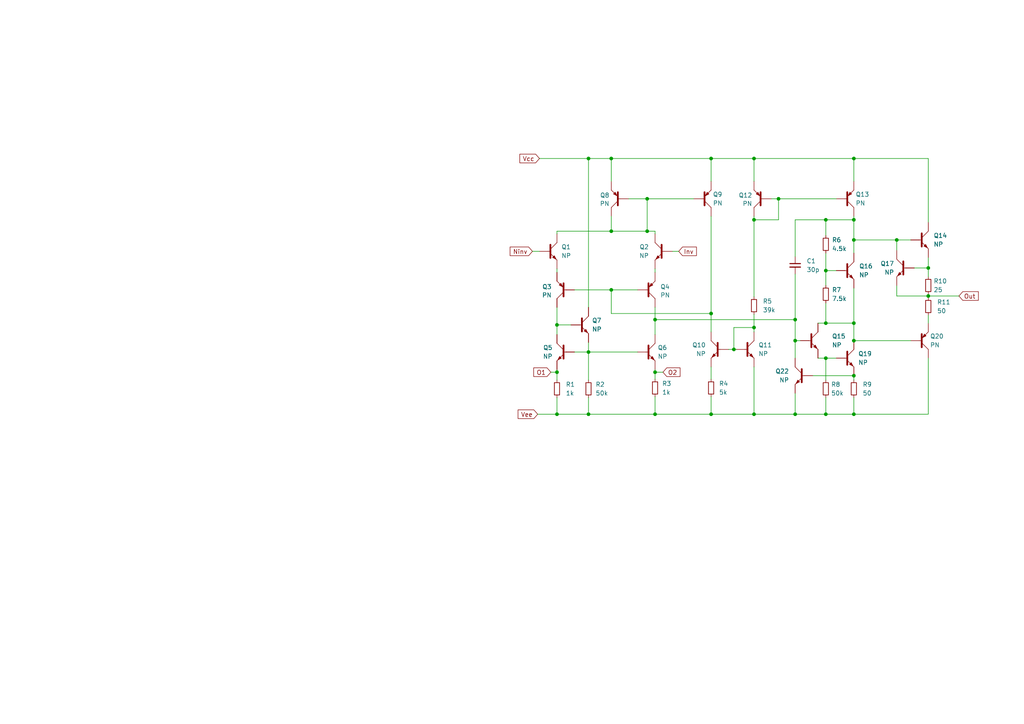
<source format=kicad_sch>
(kicad_sch (version 20231120) (generator "eeschema") (generator_version "8.0")
  (paper "A4")
  (title_block (title "A bipolar transistor 741 circuit") (date "2023-01-04") (comment 1 "Source: https://es.wikipedia.org/wiki/Amplificador_operacional#"))
  (lib_symbols
    (symbol "Device:C_Small" (pin_numbers hide) (pin_names (offset 0.254) hide)
      (property "Reference" "C" (at 0.254 1.778 0))
      (property "Value" "C_Small" (at 0.254 -2.032 0))
      (symbol "C_Small_0_1"
        (polyline (pts (xy -1.524 -0.508) (xy 1.524 -0.508)) (stroke (width 0.3302)))
        (polyline (pts (xy -1.524 0.508) (xy 1.524 0.508)) (stroke (width 0.3048)))
      )
      (symbol "C_Small_1_1"
        (pin passive line (at 0 2.54 270) (length 2.032) (name "~") (number "1"))
        (pin passive line (at 0 -2.54 90) (length 2.032) (name "~") (number "2"))
      )
    )
    (symbol "Device:R_Small" (pin_numbers hide) (pin_names (offset 0.254) hide)
      (property "Reference" "R" (at 0.762 0.508 0))
      (property "Value" "R_Small" (at 0.762 -1.016 0))
      (symbol "R_Small_0_1"
        (rectangle (start -0.762 1.778) (end 0.762 -1.778) (stroke (width 0.2032)))
      )
      (symbol "R_Small_1_1"
        (pin passive line (at 0 2.54 270) (length 0.762) (name "~") (number "1"))
        (pin passive line (at 0 -2.54 90) (length 0.762) (name "~") (number "2"))
      )
    )
    (symbol "Transistor_BJT:BCV61" (pin_numbers hide) (pin_names (offset 0) hide)
      (property "Reference" "Q?" (at 6.096 1.6511 0))
      (property "Value" "NP" (at 6.096 -0.8889 0))
      (symbol "BCV61_0_1"
        (polyline (pts (xy 2.54 0) (xy 3.302 0)) (stroke (width 0.1524)))
        (polyline (pts (xy 5.08 -2.54) (xy 3.175 -0.635)))
        (polyline (pts (xy 5.08 2.54) (xy 3.175 0.635)))
        (polyline (pts (xy 3.175 -1.905) (xy 3.175 1.905) (xy 3.175 1.905)) (stroke (width 0.508)) (fill (type outline)))
        (polyline (pts (xy 3.81 -1.778) (xy 4.318 -1.27) (xy 4.826 -2.286) (xy 3.81 -1.778) (xy 3.81 -1.778)) (fill (type outline)))
      )
      (symbol "BCV61_1_1"
        (pin passive line (at 5.08 5.08 270) (length 2.54) (name "C") (number "1"))
        (pin passive line (at 0 0 0) (length 2.54) (name "B") (number "2"))
        (pin passive line (at 5.08 -5.08 90) (length 2.54) (name "E") (number "3"))
      )
    )
    (symbol "Transistor_BJT:BCV62" (pin_numbers hide) (pin_names (offset 0) hide)
      (property "Reference" "Q?" (at 6.604 0.8891 0))
      (property "Value" "PN" (at 6.604 -1.6509 0))
      (symbol "BCV62_0_0"
        (pin passive line (at 0 0 0) (length 2.54) (name "B") (number "2"))
      )
      (symbol "BCV62_0_1"
        (polyline (pts (xy 2.54 0) (xy 3.048 0)) (stroke (width 0.1524)))
        (polyline (pts (xy 5.08 -2.54) (xy 3.175 -0.635)))
        (polyline (pts (xy 5.08 2.54) (xy 3.175 0.635)))
        (polyline (pts (xy 3.175 -1.905) (xy 3.175 1.905) (xy 3.175 1.905)) (stroke (width 0.508)) (fill (type outline)))
        (polyline (pts (xy 3.937 1.905) (xy 4.445 1.397) (xy 3.429 0.889) (xy 3.937 1.905) (xy 3.937 1.905)) (fill (type outline)))
      )
      (symbol "BCV62_1_1"
        (pin passive line (at 5.08 -5.08 90) (length 2.54) (name "C") (number "1"))
        (pin passive line (at 5.08 5.08 270) (length 2.54) (name "E") (number "3"))
      )
    )
  )
  (junction (at 230.632 98.806))
  (junction (at 269.24 77.724))
  (junction (at 177.292 67.056))
  (junction (at 177.292 84.074))
  (junction (at 239.522 103.886))
  (junction (at 239.522 63.754))
  (junction (at 206.248 45.974))
  (junction (at 230.632 92.71))
  (junction (at 218.694 94.996))
  (junction (at 260.096 69.596))
  (junction (at 225.806 57.658))
  (junction (at 247.65 93.726))
  (junction (at 239.522 78.486))
  (junction (at 187.706 57.658))
  (junction (at 247.65 45.974))
  (junction (at 230.632 120.142))
  (junction (at 247.65 63.754))
  (junction (at 161.544 107.95))
  (junction (at 239.522 93.726))
  (junction (at 170.688 45.974))
  (junction (at 161.544 120.142))
  (junction (at 247.65 69.596))
  (junction (at 269.24 85.852))
  (junction (at 212.852 101.346))
  (junction (at 247.65 98.806))
  (junction (at 218.694 120.142))
  (junction (at 218.694 45.974))
  (junction (at 206.248 120.142))
  (junction (at 189.992 92.71))
  (junction (at 161.544 94.234))
  (junction (at 239.522 120.142))
  (junction (at 170.688 102.108))
  (junction (at 218.694 63.754))
  (junction (at 189.992 120.142))
  (junction (at 247.65 108.966))
  (junction (at 247.65 120.142))
  (junction (at 206.248 90.932))
  (junction (at 170.688 120.142))
  (junction (at 187.706 67.056))
  (junction (at 177.292 45.974))
  (junction (at 189.992 107.95))
  (wire (pts (xy 218.694 62.738) (xy 218.694 63.754)))
  (wire (pts (xy 230.632 74.422) (xy 230.632 63.754)))
  (wire (pts (xy 218.694 120.142) (xy 218.694 106.426)))
  (wire (pts (xy 170.688 89.154) (xy 170.688 45.974)))
  (wire (pts (xy 189.992 89.154) (xy 189.992 92.71)))
  (wire (pts (xy 269.24 45.974) (xy 269.24 64.516)))
  (wire (pts (xy 170.688 99.314) (xy 170.688 102.108)))
  (wire (pts (xy 230.632 120.142) (xy 218.694 120.142)))
  (wire (pts (xy 156.464 45.974) (xy 170.688 45.974)))
  (wire (pts (xy 247.65 62.738) (xy 247.65 63.754)))
  (wire (pts (xy 218.694 45.974) (xy 247.65 45.974)))
  (wire (pts (xy 187.706 67.056) (xy 189.992 67.056)))
  (wire (pts (xy 192.278 107.95) (xy 189.992 107.95)))
  (wire (pts (xy 269.24 85.852) (xy 269.24 86.36)))
  (wire (pts (xy 195.072 72.898) (xy 196.85 72.898)))
  (wire (pts (xy 189.992 120.142) (xy 206.248 120.142)))
  (wire (pts (xy 206.248 45.974) (xy 218.694 45.974)))
  (wire (pts (xy 189.992 67.056) (xy 189.992 67.818)))
  (wire (pts (xy 177.292 90.932) (xy 206.248 90.932)))
  (wire (pts (xy 161.544 107.188) (xy 161.544 107.95)))
  (wire (pts (xy 166.624 84.074) (xy 177.292 84.074)))
  (wire (pts (xy 177.292 62.738) (xy 177.292 67.056)))
  (wire (pts (xy 170.688 102.108) (xy 184.912 102.108)))
  (wire (pts (xy 170.688 102.108) (xy 170.688 110.236)))
  (wire (pts (xy 247.65 83.566) (xy 247.65 93.726)))
  (wire (pts (xy 206.248 45.974) (xy 206.248 52.578)))
  (wire (pts (xy 247.65 69.596) (xy 247.65 73.406)))
  (wire (pts (xy 239.522 103.886) (xy 239.522 110.236)))
  (wire (pts (xy 260.096 69.596) (xy 260.096 72.644)))
  (wire (pts (xy 161.544 67.056) (xy 161.544 67.818)))
  (wire (pts (xy 225.806 63.754) (xy 218.694 63.754)))
  (wire (pts (xy 269.24 103.886) (xy 269.24 120.142)))
  (wire (pts (xy 206.248 115.062) (xy 206.248 120.142)))
  (wire (pts (xy 230.632 63.754) (xy 239.522 63.754)))
  (wire (pts (xy 187.706 57.658) (xy 187.706 67.056)))
  (wire (pts (xy 247.65 98.806) (xy 264.16 98.806)))
  (wire (pts (xy 189.992 120.142) (xy 189.992 115.062)))
  (wire (pts (xy 154.432 72.898) (xy 156.464 72.898)))
  (wire (pts (xy 177.292 84.074) (xy 184.912 84.074)))
  (wire (pts (xy 239.522 103.886) (xy 242.57 103.886)))
  (wire (pts (xy 182.372 57.658) (xy 187.706 57.658)))
  (wire (pts (xy 187.706 57.658) (xy 201.168 57.658)))
  (wire (pts (xy 239.522 87.884) (xy 239.522 93.726)))
  (wire (pts (xy 218.694 63.754) (xy 218.694 86.106)))
  (wire (pts (xy 235.712 108.966) (xy 247.65 108.966)))
  (wire (pts (xy 269.24 77.724) (xy 265.176 77.724)))
  (wire (pts (xy 269.24 85.852) (xy 278.13 85.852)))
  (wire (pts (xy 189.992 77.978) (xy 189.992 78.994)))
  (wire (pts (xy 161.544 94.234) (xy 165.608 94.234)))
  (wire (pts (xy 239.522 103.886) (xy 237.236 103.886)))
  (wire (pts (xy 260.096 69.596) (xy 264.16 69.596)))
  (wire (pts (xy 177.292 45.974) (xy 206.248 45.974)))
  (wire (pts (xy 230.632 98.806) (xy 232.156 98.806)))
  (wire (pts (xy 177.292 67.056) (xy 187.706 67.056)))
  (wire (pts (xy 161.544 89.154) (xy 161.544 94.234)))
  (wire (pts (xy 155.956 120.142) (xy 161.544 120.142)))
  (wire (pts (xy 230.632 103.886) (xy 230.632 98.806)))
  (wire (pts (xy 239.522 93.726) (xy 247.65 93.726)))
  (wire (pts (xy 239.522 63.754) (xy 247.65 63.754)))
  (wire (pts (xy 166.624 102.108) (xy 170.688 102.108)))
  (wire (pts (xy 269.24 85.852) (xy 260.096 85.852)))
  (wire (pts (xy 206.248 90.932) (xy 206.248 96.266)))
  (wire (pts (xy 170.688 45.974) (xy 177.292 45.974)))
  (wire (pts (xy 161.544 115.316) (xy 161.544 120.142)))
  (wire (pts (xy 269.24 120.142) (xy 247.65 120.142)))
  (wire (pts (xy 247.65 93.726) (xy 247.65 98.806)))
  (wire (pts (xy 269.24 77.724) (xy 269.24 80.264)))
  (wire (pts (xy 161.544 107.95) (xy 161.544 110.236)))
  (wire (pts (xy 260.096 85.852) (xy 260.096 82.804)))
  (wire (pts (xy 239.522 78.486) (xy 242.57 78.486)))
  (wire (pts (xy 247.65 115.316) (xy 247.65 120.142)))
  (wire (pts (xy 218.694 94.996) (xy 218.694 96.266)))
  (wire (pts (xy 239.522 93.726) (xy 237.236 93.726)))
  (wire (pts (xy 223.774 57.658) (xy 225.806 57.658)))
  (wire (pts (xy 247.65 45.974) (xy 269.24 45.974)))
  (wire (pts (xy 206.248 120.142) (xy 218.694 120.142)))
  (wire (pts (xy 247.65 45.974) (xy 247.65 52.578)))
  (wire (pts (xy 247.65 69.596) (xy 260.096 69.596)))
  (wire (pts (xy 269.24 85.344) (xy 269.24 85.852)))
  (wire (pts (xy 161.544 94.234) (xy 161.544 97.028)))
  (wire (pts (xy 206.248 90.932) (xy 206.248 62.738)))
  (wire (pts (xy 189.992 107.95) (xy 189.992 109.982)))
  (wire (pts (xy 177.292 45.974) (xy 177.292 52.578)))
  (wire (pts (xy 170.688 120.142) (xy 170.688 115.316)))
  (wire (pts (xy 225.806 57.658) (xy 242.57 57.658)))
  (wire (pts (xy 247.65 108.966) (xy 247.65 110.236)))
  (wire (pts (xy 218.694 52.578) (xy 218.694 45.974)))
  (wire (pts (xy 247.65 63.754) (xy 247.65 69.596)))
  (wire (pts (xy 161.544 77.978) (xy 161.544 78.994)))
  (wire (pts (xy 239.522 73.406) (xy 239.522 78.486)))
  (wire (pts (xy 161.544 67.056) (xy 177.292 67.056)))
  (wire (pts (xy 230.632 120.142) (xy 239.522 120.142)))
  (wire (pts (xy 269.24 91.44) (xy 269.24 93.726)))
  (wire (pts (xy 212.852 94.996) (xy 218.694 94.996)))
  (wire (pts (xy 189.992 107.188) (xy 189.992 107.95)))
  (wire (pts (xy 177.292 84.074) (xy 177.292 90.932)))
  (wire (pts (xy 206.248 106.426) (xy 206.248 109.982)))
  (wire (pts (xy 161.544 120.142) (xy 170.688 120.142)))
  (wire (pts (xy 170.688 120.142) (xy 189.992 120.142)))
  (wire (pts (xy 230.632 79.502) (xy 230.632 92.71)))
  (wire (pts (xy 269.24 74.676) (xy 269.24 77.724)))
  (wire (pts (xy 189.992 92.71) (xy 230.632 92.71)))
  (wire (pts (xy 189.992 92.71) (xy 189.992 97.028)))
  (wire (pts (xy 230.632 114.046) (xy 230.632 120.142)))
  (wire (pts (xy 239.522 78.486) (xy 239.522 82.804)))
  (wire (pts (xy 212.852 101.346) (xy 213.614 101.346)))
  (wire (pts (xy 239.522 63.754) (xy 239.522 68.326)))
  (wire (pts (xy 230.632 92.71) (xy 230.632 98.806)))
  (wire (pts (xy 239.522 115.316) (xy 239.522 120.142)))
  (wire (pts (xy 225.806 57.658) (xy 225.806 63.754)))
  (wire (pts (xy 212.852 101.346) (xy 212.852 94.996)))
  (wire (pts (xy 239.522 120.142) (xy 247.65 120.142)))
  (wire (pts (xy 218.694 91.186) (xy 218.694 94.996)))
  (wire (pts (xy 159.766 107.95) (xy 161.544 107.95)))
  (wire (pts (xy 211.328 101.346) (xy 212.852 101.346)))
  (global_label "O2" (shape input) (at 192.278 107.95 0) (property "Intersheetrefs" "${INTERSHEET_REFS}" (effects (hide yes))))
  (global_label "Vcc" (shape input) (at 156.464 45.974 180) (property "Intersheetrefs" "${INTERSHEET_REFS}" (effects (hide yes))))
  (global_label "Ninv" (shape input) (at 154.432 72.898 180) (property "Intersheetrefs" "${INTERSHEET_REFS}" (effects (hide yes))))
  (global_label "Vee" (shape input) (at 155.956 120.142 180) (property "Intersheetrefs" "${INTERSHEET_REFS}" (effects (hide yes))))
  (global_label "O1" (shape input) (at 159.766 107.95 180) (property "Intersheetrefs" "${INTERSHEET_REFS}" (effects (hide yes))))
  (global_label "Inv" (shape input) (at 196.85 72.898 0) (property "Intersheetrefs" "${INTERSHEET_REFS}" (effects (hide yes))))
  (global_label "Out" (shape input) (at 278.13 85.852 0) (property "Intersheetrefs" "${INTERSHEET_REFS}" (effects (hide yes))))
  (symbol (lib_id "Device:C_Small") (at 230.632 76.962 0) (unit 1)
    (property "Reference" "C1" (at 233.934 75.6982 0) (effects (justify left)))
    (property "Value" "30p" (at 233.934 78.2382 0) (effects (justify left)))
  )
  (symbol (lib_id "Transistor_BJT:BCV62") (at 182.372 57.658 0) (mirror y) (unit 1)
    (property "Reference" "Q8" (at 176.784 56.642 0) (effects (justify left)))
    (property "Value" "PN" (at 176.784 59.0551 0) (effects (justify left)))
    (property "Sim.Library" "bipmod.lib" (effects (hide yes)))
    (property "Sim.Name" "PN" (effects (hide yes)))
    (property "Sim.Pins" "1=1 2=2 3=3" (effects (hide yes)))
  )
  (symbol (lib_id "Transistor_BJT:BCV61") (at 165.608 94.234 0) (unit 1)
    (property "Reference" "Q7" (at 171.704 92.9639 0) (effects (justify left)))
    (property "Value" "NP" (at 171.704 95.5039 0) (effects (justify left)))
    (property "Sim.Library" "bipmod.lib" (effects (hide yes)))
    (property "Sim.Name" "NP" (effects (hide yes)))
    (property "Sim.Pins" "1=C 2=B 3=E" (effects (hide yes)))
  )
  (symbol (lib_id "Transistor_BJT:BCV61") (at 235.712 108.966 0) (mirror y) (unit 1)
    (property "Reference" "Q22" (at 228.854 107.6959 0) (effects (justify left)))
    (property "Value" "NP" (at 228.854 110.2359 0) (effects (justify left)))
    (property "Sim.Library" "bipmod.lib" (effects (hide yes)))
    (property "Sim.Name" "NP" (effects (hide yes)))
    (property "Sim.Pins" "1=C 2=B 3=E" (effects (hide yes)))
  )
  (symbol (lib_id "Transistor_BJT:BCV61") (at 242.57 78.486 0) (unit 1)
    (property "Reference" "Q16" (at 249.174 77.2159 0) (effects (justify left)))
    (property "Value" "NP" (at 249.174 79.7559 0) (effects (justify left)))
    (property "Sim.Library" "bipmod.lib" (effects (hide yes)))
    (property "Sim.Name" "NP" (effects (hide yes)))
    (property "Sim.Pins" "1=C 2=B 3=E" (effects (hide yes)))
  )
  (symbol (lib_id "Transistor_BJT:BCV62") (at 184.912 84.074 0) (unit 1)
    (property "Reference" "Q4" (at 191.516 83.1849 0) (effects (justify left)))
    (property "Value" "PN" (at 191.516 85.598 0) (effects (justify left)))
    (property "Sim.Library" "bipmod.lib" (effects (hide yes)))
    (property "Sim.Name" "PN" (effects (hide yes)))
    (property "Sim.Pins" "1=1 2=2 3=3" (effects (hide yes)))
  )
  (symbol (lib_id "Transistor_BJT:BCV61") (at 242.57 103.886 0) (unit 1)
    (property "Reference" "Q19" (at 248.92 102.6159 0) (effects (justify left)))
    (property "Value" "NP" (at 248.92 105.1559 0) (effects (justify left)))
    (property "Sim.Library" "bipmod.lib" (effects (hide yes)))
    (property "Sim.Name" "NP" (effects (hide yes)))
    (property "Sim.Pins" "1=C 2=B 3=E" (effects (hide yes)))
  )
  (symbol (lib_id "Transistor_BJT:BCV62") (at 264.16 98.806 0) (unit 1)
    (property "Reference" "Q20" (at 269.748 97.536 0) (effects (justify left)))
    (property "Value" "PN" (at 269.748 100.076 0) (effects (justify left)))
    (property "Sim.Library" "bipmod.lib" (effects (hide yes)))
    (property "Sim.Name" "PN" (effects (hide yes)))
    (property "Sim.Pins" "1=1 2=2 3=3" (effects (hide yes)))
  )
  (symbol (lib_id "Transistor_BJT:BCV61") (at 156.464 72.898 0) (unit 1)
    (property "Reference" "Q1" (at 162.814 71.6279 0) (effects (justify left)))
    (property "Value" "NP" (at 162.814 74.1679 0) (effects (justify left)))
    (property "Sim.Library" "bipmod.lib" (effects (hide yes)))
    (property "Sim.Name" "NP" (effects (hide yes)))
    (property "Sim.Pins" "1=C 2=B 3=E" (effects (hide yes)))
  )
  (symbol (lib_id "Device:R_Small") (at 170.688 112.776 0) (unit 1)
    (property "Reference" "R2" (at 172.72 111.5059 0) (effects (justify left)))
    (property "Value" "50k" (at 172.72 114.0459 0) (effects (justify left)))
  )
  (symbol (lib_id "Device:R_Small") (at 239.522 112.776 0) (unit 1)
    (property "Reference" "R8" (at 241.046 111.506 0) (effects (justify left)))
    (property "Value" "50k" (at 241.046 114.046 0) (effects (justify left)))
  )
  (symbol (lib_id "Transistor_BJT:BCV61") (at 265.176 77.724 0) (mirror y) (unit 1)
    (property "Reference" "Q17" (at 259.334 76.4539 0) (effects (justify left)))
    (property "Value" "NP" (at 259.334 78.9939 0) (effects (justify left)))
    (property "Sim.Library" "bipmod.lib" (effects (hide yes)))
    (property "Sim.Name" "NP" (effects (hide yes)))
    (property "Sim.Pins" "1=C 2=B 3=E" (effects (hide yes)))
  )
  (symbol (lib_id "Transistor_BJT:BCV62") (at 223.774 57.658 0) (mirror y) (unit 1)
    (property "Reference" "Q12" (at 218.186 56.642 0) (effects (justify left)))
    (property "Value" "PN" (at 218.186 59.0551 0) (effects (justify left)))
    (property "Sim.Library" "bipmod.lib" (effects (hide yes)))
    (property "Sim.Name" "PN" (effects (hide yes)))
    (property "Sim.Pins" "1=1 2=2 3=3" (effects (hide yes)))
  )
  (symbol (lib_id "Transistor_BJT:BCV61") (at 232.156 98.806 0) (unit 1)
    (property "Reference" "Q15" (at 241.3 97.5359 0) (effects (justify left)))
    (property "Value" "NP" (at 241.3 100.0759 0) (effects (justify left)))
    (property "Sim.Library" "bipmod.lib" (effects (hide yes)))
    (property "Sim.Name" "NP" (effects (hide yes)))
    (property "Sim.Pins" "1=C 2=B 3=E" (effects (hide yes)))
  )
  (symbol (lib_id "Device:R_Small") (at 269.24 82.804 0) (unit 1)
    (property "Reference" "R10" (at 270.764 81.5339 0) (effects (justify left)))
    (property "Value" "25" (at 270.764 84.0739 0) (effects (justify left)))
  )
  (symbol (lib_id "Transistor_BJT:BCV61") (at 195.072 72.898 0) (mirror y) (unit 1)
    (property "Reference" "Q2" (at 188.214 71.6279 0) (effects (justify left)))
    (property "Value" "NP" (at 188.214 74.1679 0) (effects (justify left)))
    (property "Sim.Library" "bipmod.lib" (effects (hide yes)))
    (property "Sim.Name" "NP" (effects (hide yes)))
    (property "Sim.Pins" "1=C 2=B 3=E" (effects (hide yes)))
  )
  (symbol (lib_id "Device:R_Small") (at 239.522 85.344 0) (unit 1)
    (property "Reference" "R7" (at 241.3 84.074 0) (effects (justify left)))
    (property "Value" "7.5k" (at 241.3 86.614 0) (effects (justify left)))
  )
  (symbol (lib_id "Device:R_Small") (at 218.694 88.646 0) (unit 1)
    (property "Reference" "R5" (at 221.234 87.3759 0) (effects (justify left)))
    (property "Value" "39k" (at 221.234 89.9159 0) (effects (justify left)))
  )
  (symbol (lib_id "Device:R_Small") (at 247.65 112.776 0) (unit 1)
    (property "Reference" "R9" (at 250.19 111.5059 0) (effects (justify left)))
    (property "Value" "50" (at 250.19 114.0459 0) (effects (justify left)))
  )
  (symbol (lib_id "Transistor_BJT:BCV62") (at 166.624 84.074 0) (mirror y) (unit 1)
    (property "Reference" "Q3" (at 160.02 83.1849 0) (effects (justify left)))
    (property "Value" "PN" (at 160.02 85.598 0) (effects (justify left)))
    (property "Sim.Library" "bipmod.lib" (effects (hide yes)))
    (property "Sim.Name" "PN" (effects (hide yes)))
    (property "Sim.Pins" "1=1 2=2 3=3" (effects (hide yes)))
  )
  (symbol (lib_id "Device:R_Small") (at 189.992 112.522 0) (unit 1)
    (property "Reference" "R3" (at 192.024 111.2519 0) (effects (justify left)))
    (property "Value" "1k" (at 192.024 113.7919 0) (effects (justify left)))
  )
  (symbol (lib_id "Transistor_BJT:BCV61") (at 213.614 101.346 0) (unit 1)
    (property "Reference" "Q11" (at 219.964 100.0759 0) (effects (justify left)))
    (property "Value" "NP" (at 219.964 102.6159 0) (effects (justify left)))
    (property "Sim.Library" "bipmod.lib" (effects (hide yes)))
    (property "Sim.Name" "NP" (effects (hide yes)))
    (property "Sim.Pins" "1=C 2=B 3=E" (effects (hide yes)))
  )
  (symbol (lib_id "Device:R_Small") (at 239.522 70.866 0) (unit 1)
    (property "Reference" "R6" (at 241.3 69.596 0) (effects (justify left)))
    (property "Value" "4.5k" (at 241.3 72.136 0) (effects (justify left)))
  )
  (symbol (lib_id "Transistor_BJT:BCV61") (at 264.16 69.596 0) (unit 1)
    (property "Reference" "Q14" (at 270.764 68.3259 0) (effects (justify left)))
    (property "Value" "NP" (at 270.764 70.8659 0) (effects (justify left)))
    (property "Sim.Library" "bipmod.lib" (effects (hide yes)))
    (property "Sim.Name" "NP" (effects (hide yes)))
    (property "Sim.Pins" "1=C 2=B 3=E" (effects (hide yes)))
  )
  (symbol (lib_id "Device:R_Small") (at 269.24 88.9 0) (unit 1)
    (property "Reference" "R11" (at 271.78 87.6299 0) (effects (justify left)))
    (property "Value" "50" (at 271.78 90.1699 0) (effects (justify left)))
  )
  (symbol (lib_id "Device:R_Small") (at 161.544 112.776 0) (unit 1)
    (property "Reference" "R1" (at 164.084 111.5059 0) (effects (justify left)))
    (property "Value" "1k" (at 164.084 114.0459 0) (effects (justify left)))
  )
  (symbol (lib_id "Transistor_BJT:BCV61") (at 166.624 102.108 0) (mirror y) (unit 1)
    (property "Reference" "Q5" (at 160.274 100.8379 0) (effects (justify left)))
    (property "Value" "NP" (at 160.274 103.3779 0) (effects (justify left)))
    (property "Sim.Library" "bipmod.lib" (effects (hide yes)))
    (property "Sim.Name" "NP" (effects (hide yes)))
    (property "Sim.Pins" "1=C 2=B 3=E" (effects (hide yes)))
  )
  (symbol (lib_id "Device:R_Small") (at 206.248 112.522 0) (unit 1)
    (property "Reference" "R4" (at 208.534 111.2519 0) (effects (justify left)))
    (property "Value" "5k" (at 208.534 113.7919 0) (effects (justify left)))
  )
  (symbol (lib_id "Transistor_BJT:BCV61") (at 184.912 102.108 0) (unit 1)
    (property "Reference" "Q6" (at 190.754 100.8379 0) (effects (justify left)))
    (property "Value" "NP" (at 190.754 103.3779 0) (effects (justify left)))
    (property "Sim.Library" "bipmod.lib" (effects (hide yes)))
    (property "Sim.Name" "NP" (effects (hide yes)))
    (property "Sim.Pins" "1=C 2=B 3=E" (effects (hide yes)))
  )
  (symbol (lib_id "Transistor_BJT:BCV61") (at 211.328 101.346 0) (mirror y) (unit 1)
    (property "Reference" "Q10" (at 204.724 100.0759 0) (effects (justify left)))
    (property "Value" "NP" (at 204.724 102.6159 0) (effects (justify left)))
    (property "Sim.Library" "bipmod.lib" (effects (hide yes)))
    (property "Sim.Name" "NP" (effects (hide yes)))
    (property "Sim.Pins" "1=C 2=B 3=E" (effects (hide yes)))
  )
  (symbol (lib_id "Transistor_BJT:BCV62") (at 242.57 57.658 0) (unit 1)
    (property "Reference" "Q13" (at 248.158 56.388 0) (effects (justify left)))
    (property "Value" "PN" (at 248.158 58.928 0) (effects (justify left)))
    (property "Sim.Library" "bipmod.lib" (effects (hide yes)))
    (property "Sim.Name" "PN" (effects (hide yes)))
    (property "Sim.Pins" "1=1 2=2 3=3" (effects (hide yes)))
  )
  (symbol (lib_id "Transistor_BJT:BCV62") (at 201.168 57.658 0) (unit 1)
    (property "Reference" "Q9" (at 206.756 56.388 0) (effects (justify left)))
    (property "Value" "PN" (at 206.756 58.928 0) (effects (justify left)))
    (property "Sim.Library" "bipmod.lib" (effects (hide yes)))
    (property "Sim.Name" "PN" (effects (hide yes)))
    (property "Sim.Pins" "1=1 2=2 3=3" (effects (hide yes)))
  )
)
</source>
